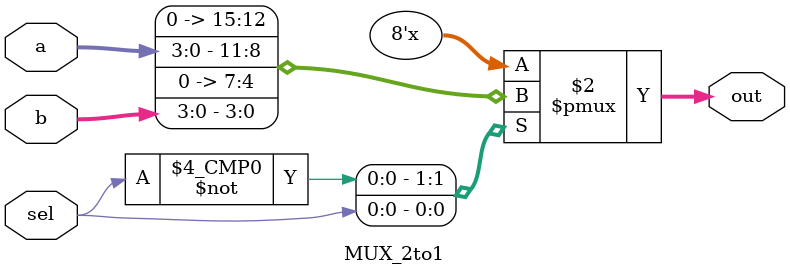
<source format=v>
module MUX_2to1 (sel, a, b, out);

	parameter SIZE = 4;
	parameter OUTSIZE = 8;
    
   input sel;
   input [SIZE-1:0] a, b;
   output reg [OUTSIZE-1:0] out;
   
   always @ (a or b or sel)
   begin
      case(sel)
         1'b0: out = a;
         1'b1: out = b;
         //default: out = 0;
      endcase
   end
endmodule
</source>
